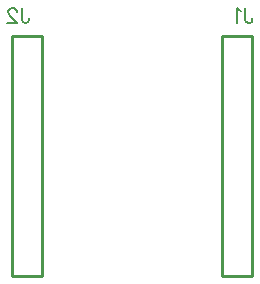
<source format=gbo>
G04 DipTrace 3.1.0.1*
G04 MSP430FR2311BreakOutv3.gbo*
%MOIN*%
G04 #@! TF.FileFunction,Legend,Bot*
G04 #@! TF.Part,Single*
%ADD10C,0.009843*%
%ADD33C,0.00772*%
%FSLAX26Y26*%
G04*
G70*
G90*
G75*
G01*
G04 BotSilk*
%LPD*%
X1393280Y557291D2*
D10*
X1293278D1*
Y1357218D1*
X1393280D1*
Y557291D1*
X593277Y1357218D2*
X693278D1*
Y557291D1*
X593277D1*
Y1357218D1*
X1372489Y1449375D2*
D33*
Y1411129D1*
X1374866Y1403944D1*
X1377298Y1401567D1*
X1382051Y1399135D1*
X1386859D1*
X1391613Y1401567D1*
X1393989Y1403944D1*
X1396421Y1411129D1*
Y1415882D1*
X1357050Y1439758D2*
X1352242Y1442190D1*
X1345057Y1449320D1*
Y1399135D1*
X628318Y1449375D2*
Y1411129D1*
X630695Y1403944D1*
X633126Y1401567D1*
X637880Y1399135D1*
X642688D1*
X647441Y1401567D1*
X649818Y1403944D1*
X652250Y1411129D1*
Y1415882D1*
X610447Y1437382D2*
Y1439758D1*
X608070Y1444567D1*
X605694Y1446943D1*
X600885Y1449320D1*
X591324D1*
X586570Y1446943D1*
X584194Y1444567D1*
X581762Y1439758D1*
Y1435005D1*
X584194Y1430197D1*
X588947Y1423067D1*
X612879Y1399135D1*
X579385D1*
M02*

</source>
